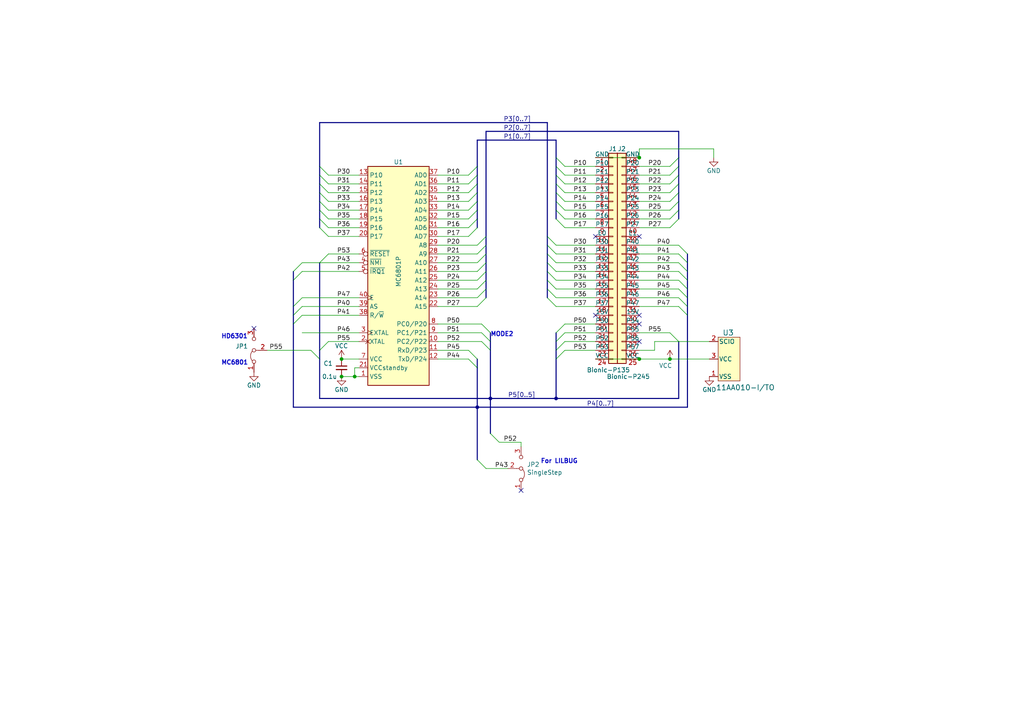
<source format=kicad_sch>
(kicad_sch (version 20230121) (generator eeschema)
  (paper "A4")
  (title_block (title "BionicMC6801") (date "2024-03-16") (rev "3") (company "Tadashi G. Takaoka"))
  (lib_symbols
    (symbol "0-LocalLibrary:11AA010-I_TO" (pin_names (offset 0.254))
      (property "Reference" "U" (at 2.54 1.27 0))
      (property "Value" "11AA010-I/TO" (at 3.81 -13.97 0))
      (symbol "11AA010-I_TO_1_1"
        (rectangle (start 0 0) (end 6.35 -12.7) (fill (type background)))
        (pin power_in line (at -2.54 -11.43 0) (length 2.54) (name "VSS") (number "1"))
        (pin bidirectional line (at -2.54 -1.27 0) (length 2.54) (name "SCIO") (number "2"))
        (pin power_in line (at -2.54 -6.35 0) (length 2.54) (name "VCC") (number "3"))
      )
    )
    (symbol "0-LocalLibrary:Bionic-P135" (pin_names (offset 0))
      (property "Reference" "J" (at 0 30.48 0))
      (property "Value" "Bionic-P135" (at -1.27 -33.02 0))
      (symbol "Bionic-P135_1_1"
        (rectangle (start -1.27 -30.353) (end 0 -30.607) (stroke (width 0.1524)))
        (rectangle (start -1.27 -27.813) (end 0 -28.067) (stroke (width 0.1524)))
        (rectangle (start -1.27 -25.273) (end 0 -25.527) (stroke (width 0.1524)))
        (rectangle (start -1.27 -22.733) (end 0 -22.987) (stroke (width 0.1524)))
        (rectangle (start -1.27 -20.193) (end 0 -20.447) (stroke (width 0.1524)))
        (rectangle (start -1.27 -17.653) (end 0 -17.907) (stroke (width 0.1524)))
        (rectangle (start -1.27 -15.113) (end 0 -15.367) (stroke (width 0.1524)))
        (rectangle (start -1.27 -12.573) (end 0 -12.827) (stroke (width 0.1524)))
        (rectangle (start -1.27 -10.033) (end 0 -10.287) (stroke (width 0.1524)))
        (rectangle (start -1.27 -7.493) (end 0 -7.747) (stroke (width 0.1524)))
        (rectangle (start -1.27 -4.953) (end 0 -5.207) (stroke (width 0.1524)))
        (rectangle (start -1.27 -2.413) (end 0 -2.667) (stroke (width 0.1524)))
        (rectangle (start -1.27 0.127) (end 0 -0.127) (stroke (width 0.1524)))
        (rectangle (start -1.27 2.667) (end 0 2.413) (stroke (width 0.1524)))
        (rectangle (start -1.27 5.207) (end 0 4.953) (stroke (width 0.1524)))
        (rectangle (start -1.27 7.747) (end 0 7.493) (stroke (width 0.1524)))
        (rectangle (start -1.27 10.287) (end 0 10.033) (stroke (width 0.1524)))
        (rectangle (start -1.27 12.827) (end 0 12.573) (stroke (width 0.1524)))
        (rectangle (start -1.27 15.367) (end 0 15.113) (stroke (width 0.1524)))
        (rectangle (start -1.27 17.907) (end 0 17.653) (stroke (width 0.1524)))
        (rectangle (start -1.27 20.447) (end 0 20.193) (stroke (width 0.1524)))
        (rectangle (start -1.27 22.987) (end 0 22.733) (stroke (width 0.1524)))
        (rectangle (start -1.27 25.527) (end 0 25.273) (stroke (width 0.1524)))
        (rectangle (start -1.27 28.067) (end 0 27.813) (stroke (width 0.1524)))
        (rectangle (start -1.27 29.21) (end 1.27 -31.75) (stroke (width 0.254)) (fill (type background)))
        (pin power_out line (at -5.08 27.94 0) (length 3.81) (name "GND") (number "1"))
        (pin bidirectional line (at -5.08 5.08 0) (length 3.81) (name "E0") (number "10"))
        (pin bidirectional line (at -5.08 2.54 0) (length 3.81) (name "P30") (number "11"))
        (pin bidirectional line (at -5.08 0 0) (length 3.81) (name "P31") (number "12"))
        (pin bidirectional line (at -5.08 -2.54 0) (length 3.81) (name "P32") (number "13"))
        (pin bidirectional line (at -5.08 -5.08 0) (length 3.81) (name "P33") (number "14"))
        (pin bidirectional line (at -5.08 -7.62 0) (length 3.81) (name "P34") (number "15"))
        (pin bidirectional line (at -5.08 -10.16 0) (length 3.81) (name "P35") (number "16"))
        (pin bidirectional line (at -5.08 -12.7 0) (length 3.81) (name "P36") (number "17"))
        (pin bidirectional line (at -5.08 -15.24 0) (length 3.81) (name "P37") (number "18"))
        (pin power_out line (at -5.08 -17.78 0) (length 3.81) (name "15V") (number "19"))
        (pin bidirectional line (at -5.08 25.4 0) (length 3.81) (name "P10") (number "2"))
        (pin bidirectional line (at -5.08 -20.32 0) (length 3.81) (name "P50") (number "20"))
        (pin bidirectional line (at -5.08 -22.86 0) (length 3.81) (name "P51") (number "21"))
        (pin bidirectional line (at -5.08 -25.4 0) (length 3.81) (name "P52") (number "22"))
        (pin bidirectional line (at -5.08 -27.94 0) (length 3.81) (name "P53") (number "23"))
        (pin power_out line (at -5.08 -30.48 0) (length 3.81) (name "VCC") (number "24"))
        (pin bidirectional line (at -5.08 22.86 0) (length 3.81) (name "P11") (number "3"))
        (pin bidirectional line (at -5.08 20.32 0) (length 3.81) (name "P12") (number "4"))
        (pin bidirectional line (at -5.08 17.78 0) (length 3.81) (name "P13") (number "5"))
        (pin bidirectional line (at -5.08 15.24 0) (length 3.81) (name "P14") (number "6"))
        (pin bidirectional line (at -5.08 12.7 0) (length 3.81) (name "P15") (number "7"))
        (pin bidirectional line (at -5.08 10.16 0) (length 3.81) (name "P16") (number "8"))
        (pin bidirectional line (at -5.08 7.62 0) (length 3.81) (name "P17") (number "9"))
      )
    )
    (symbol "0-LocalLibrary:Bionic-P245" (pin_names (offset 0))
      (property "Reference" "J" (at -3.81 30.48 0))
      (property "Value" "Bionic-P245" (at -1.27 -33.02 0))
      (symbol "Bionic-P245_1_1"
        (rectangle (start -5.08 -31.75) (end -2.54 29.21) (stroke (width 0.254)) (fill (type background)))
        (rectangle (start -3.81 -30.607) (end -2.54 -30.353) (stroke (width 0.1524)))
        (rectangle (start -3.81 -28.067) (end -2.54 -27.813) (stroke (width 0.1524)))
        (rectangle (start -3.81 -25.527) (end -2.54 -25.273) (stroke (width 0.1524)))
        (rectangle (start -3.81 -22.987) (end -2.54 -22.733) (stroke (width 0.1524)))
        (rectangle (start -3.81 -20.447) (end -2.54 -20.193) (stroke (width 0.1524)))
        (rectangle (start -3.81 -17.907) (end -2.54 -17.653) (stroke (width 0.1524)))
        (rectangle (start -3.81 -15.367) (end -2.54 -15.113) (stroke (width 0.1524)))
        (rectangle (start -3.81 -12.827) (end -2.54 -12.573) (stroke (width 0.1524)))
        (rectangle (start -3.81 -10.287) (end -2.54 -10.033) (stroke (width 0.1524)))
        (rectangle (start -3.81 -7.747) (end -2.54 -7.493) (stroke (width 0.1524)))
        (rectangle (start -3.81 -5.207) (end -2.54 -4.953) (stroke (width 0.1524)))
        (rectangle (start -3.81 -2.667) (end -2.54 -2.413) (stroke (width 0.1524)))
        (rectangle (start -3.81 -0.127) (end -2.54 0.127) (stroke (width 0.1524)))
        (rectangle (start -3.81 2.413) (end -2.54 2.667) (stroke (width 0.1524)))
        (rectangle (start -3.81 4.953) (end -2.54 5.207) (stroke (width 0.1524)))
        (rectangle (start -3.81 7.493) (end -2.54 7.747) (stroke (width 0.1524)))
        (rectangle (start -3.81 10.033) (end -2.54 10.287) (stroke (width 0.1524)))
        (rectangle (start -3.81 12.573) (end -2.54 12.827) (stroke (width 0.1524)))
        (rectangle (start -3.81 15.113) (end -2.54 15.367) (stroke (width 0.1524)))
        (rectangle (start -3.81 17.653) (end -2.54 17.907) (stroke (width 0.1524)))
        (rectangle (start -3.81 20.193) (end -2.54 20.447) (stroke (width 0.1524)))
        (rectangle (start -3.81 22.733) (end -2.54 22.987) (stroke (width 0.1524)))
        (rectangle (start -3.81 25.273) (end -2.54 25.527) (stroke (width 0.1524)))
        (rectangle (start -3.81 27.813) (end -2.54 28.067) (stroke (width 0.1524)))
        (pin power_in line (at 1.27 -30.48 180) (length 3.81) (name "VCC") (number "25"))
        (pin bidirectional line (at 1.27 -27.94 180) (length 3.81) (name "P57") (number "26"))
        (pin bidirectional line (at 1.27 -25.4 180) (length 3.81) (name "P56") (number "27"))
        (pin bidirectional line (at 1.27 -22.86 180) (length 3.81) (name "P55") (number "28"))
        (pin bidirectional line (at 1.27 -20.32 180) (length 3.81) (name "P54") (number "29"))
        (pin power_in line (at 1.27 -17.78 180) (length 3.81) (name "15V") (number "30"))
        (pin bidirectional line (at 1.27 -15.24 180) (length 3.81) (name "P47") (number "31"))
        (pin bidirectional line (at 1.27 -12.7 180) (length 3.81) (name "P46") (number "32"))
        (pin bidirectional line (at 1.27 -10.16 180) (length 3.81) (name "P45") (number "33"))
        (pin bidirectional line (at 1.27 -7.62 180) (length 3.81) (name "P44") (number "34"))
        (pin bidirectional line (at 1.27 -5.08 180) (length 3.81) (name "P43") (number "35"))
        (pin bidirectional line (at 1.27 -2.54 180) (length 3.81) (name "P42") (number "36"))
        (pin bidirectional line (at 1.27 0 180) (length 3.81) (name "P41") (number "37"))
        (pin bidirectional line (at 1.27 2.54 180) (length 3.81) (name "P40") (number "38"))
        (pin bidirectional line (at 1.27 5.08 180) (length 3.81) (name "E1") (number "39"))
        (pin bidirectional line (at 1.27 7.62 180) (length 3.81) (name "P27") (number "40"))
        (pin bidirectional line (at 1.27 10.16 180) (length 3.81) (name "P26") (number "41"))
        (pin bidirectional line (at 1.27 12.7 180) (length 3.81) (name "P25") (number "42"))
        (pin bidirectional line (at 1.27 15.24 180) (length 3.81) (name "P24") (number "43"))
        (pin bidirectional line (at 1.27 17.78 180) (length 3.81) (name "P23") (number "44"))
        (pin bidirectional line (at 1.27 20.32 180) (length 3.81) (name "P22") (number "45"))
        (pin bidirectional line (at 1.27 22.86 180) (length 3.81) (name "P21") (number "46"))
        (pin bidirectional line (at 1.27 25.4 180) (length 3.81) (name "P20") (number "47"))
        (pin power_in line (at 1.27 27.94 180) (length 3.81) (name "GND") (number "48"))
      )
    )
    (symbol "0-LocalLibrary:MC6801P"
      (property "Reference" "U" (at -1.27 31.75 0))
      (property "Value" "MC6801P" (at 0 -3.81 90))
      (symbol "MC6801P_0_1"
        (rectangle (start -8.89 -33.02) (end 8.89 30.48) (stroke (width 0.254)) (fill (type background)))
      )
      (symbol "MC6801P_1_1"
        (pin power_in line (at -11.43 -30.48 0) (length 2.54) (name "VSS") (number "1"))
        (pin bidirectional line (at 11.43 -20.32 180) (length 2.54) (name "PC2/P22") (number "10"))
        (pin input line (at 11.43 -22.86 180) (length 2.54) (name "RxD/P23") (number "11"))
        (pin output line (at 11.43 -25.4 180) (length 2.54) (name "TxD/P24") (number "12"))
        (pin bidirectional line (at -11.43 27.94 0) (length 2.54) (name "P10") (number "13"))
        (pin bidirectional line (at -11.43 25.4 0) (length 2.54) (name "P11") (number "14"))
        (pin bidirectional line (at -11.43 22.86 0) (length 2.54) (name "P12") (number "15"))
        (pin bidirectional line (at -11.43 20.32 0) (length 2.54) (name "P13") (number "16"))
        (pin bidirectional line (at -11.43 17.78 0) (length 2.54) (name "P14") (number "17"))
        (pin bidirectional line (at -11.43 15.24 0) (length 2.54) (name "P15") (number "18"))
        (pin bidirectional line (at -11.43 12.7 0) (length 2.54) (name "P16") (number "19"))
        (pin input non_logic (at -11.43 -20.32 0) (length 2.54) (name "XTAL") (number "2"))
        (pin bidirectional line (at -11.43 10.16 0) (length 2.54) (name "P17") (number "20"))
        (pin power_in line (at -11.43 -27.94 0) (length 2.54) (name "VCCstandby") (number "21"))
        (pin output line (at 11.43 -10.16 180) (length 2.54) (name "A15") (number "22"))
        (pin output line (at 11.43 -7.62 180) (length 2.54) (name "A14") (number "23"))
        (pin output line (at 11.43 -5.08 180) (length 2.54) (name "A13") (number "24"))
        (pin output line (at 11.43 -2.54 180) (length 2.54) (name "A12") (number "25"))
        (pin output line (at 11.43 0 180) (length 2.54) (name "A11") (number "26"))
        (pin output line (at 11.43 2.54 180) (length 2.54) (name "A10") (number "27"))
        (pin output line (at 11.43 5.08 180) (length 2.54) (name "A9") (number "28"))
        (pin output line (at 11.43 7.62 180) (length 2.54) (name "A8") (number "29"))
        (pin input clock (at -11.43 -17.78 0) (length 2.54) (name "EXTAL") (number "3"))
        (pin bidirectional line (at 11.43 10.16 180) (length 2.54) (name "AD7") (number "30"))
        (pin bidirectional line (at 11.43 12.7 180) (length 2.54) (name "AD6") (number "31"))
        (pin bidirectional line (at 11.43 15.24 180) (length 2.54) (name "AD5") (number "32"))
        (pin bidirectional line (at 11.43 17.78 180) (length 2.54) (name "AD4") (number "33"))
        (pin bidirectional line (at 11.43 20.32 180) (length 2.54) (name "AD3") (number "34"))
        (pin bidirectional line (at 11.43 22.86 180) (length 2.54) (name "AD2") (number "35"))
        (pin bidirectional line (at 11.43 25.4 180) (length 2.54) (name "AD1") (number "36"))
        (pin bidirectional line (at 11.43 27.94 180) (length 2.54) (name "AD0") (number "37"))
        (pin output line (at -11.43 -12.7 0) (length 2.54) (name "R/~{W}") (number "38"))
        (pin output line (at -11.43 -10.16 0) (length 2.54) (name "AS") (number "39"))
        (pin input inverted (at -11.43 2.54 0) (length 2.54) (name "~{NMI}") (number "4"))
        (pin output clock (at -11.43 -7.62 0) (length 2.54) (name "E") (number "40"))
        (pin input inverted (at -11.43 0 0) (length 2.54) (name "~{IRQ1}") (number "5"))
        (pin input inverted (at -11.43 5.08 0) (length 2.54) (name "~{RESET}") (number "6"))
        (pin power_in line (at -11.43 -25.4 0) (length 2.54) (name "VCC") (number "7"))
        (pin bidirectional line (at 11.43 -15.24 180) (length 2.54) (name "PC0/P20") (number "8"))
        (pin bidirectional line (at 11.43 -17.78 180) (length 2.54) (name "PC1/P21") (number "9"))
      )
    )
    (symbol "Device:C_Small" (pin_numbers hide) (pin_names (offset 0.254) hide)
      (property "Reference" "C" (at 0.254 1.778 0))
      (property "Value" "C_Small" (at 0.254 -2.032 0))
      (symbol "C_Small_0_1"
        (polyline (pts (xy -1.524 -0.508) (xy 1.524 -0.508)) (stroke (width 0.3302)))
        (polyline (pts (xy -1.524 0.508) (xy 1.524 0.508)) (stroke (width 0.3048)))
      )
      (symbol "C_Small_1_1"
        (pin passive line (at 0 2.54 270) (length 2.032) (name "~") (number "1"))
        (pin passive line (at 0 -2.54 90) (length 2.032) (name "~") (number "2"))
      )
    )
    (symbol "Jumper:Jumper_3_Bridged12" (pin_names (offset 0) hide)
      (property "Reference" "JP" (at -2.54 -2.54 0))
      (property "Value" "Jumper_3_Bridged12" (at 0 2.794 0))
      (symbol "Jumper_3_Bridged12_0_0"
        (circle (center -3.302 0) (radius 0.508))
        (circle (center 0 0) (radius 0.508))
        (circle (center 3.302 0) (radius 0.508))
      )
      (symbol "Jumper_3_Bridged12_0_1"
        (arc (start -0.254 0.508) (mid -1.651 0.9912) (end -3.048 0.508))
        (polyline (pts (xy 0 -1.27) (xy 0 -0.508)))
      )
      (symbol "Jumper_3_Bridged12_1_1"
        (pin passive line (at -6.35 0 0) (length 2.54) (name "A") (number "1"))
        (pin passive line (at 0 -3.81 90) (length 2.54) (name "C") (number "2"))
        (pin passive line (at 6.35 0 180) (length 2.54) (name "B") (number "3"))
      )
    )
    (symbol "power:GND" (power) (pin_names (offset 0))
      (property "Value" "GND" (at 0 -3.81 0))
      (symbol "GND_0_1"
        (polyline (pts (xy 0 0) (xy 0 -1.27) (xy 1.27 -1.27) (xy 0 -2.54) (xy -1.27 -1.27) (xy 0 -1.27)))
      )
      (symbol "GND_1_1"
        (pin power_in line (at 0 0 270) (length 0) hide (name "GND") (number "1"))
      )
    )
    (symbol "power:VCC" (power) (pin_names (offset 0))
      (property "Value" "VCC" (at 0 3.81 0))
      (symbol "VCC_0_1"
        (polyline (pts (xy -0.762 1.27) (xy 0 2.54)))
        (polyline (pts (xy 0 0) (xy 0 2.54)))
        (polyline (pts (xy 0 2.54) (xy 0.762 1.27)))
      )
      (symbol "VCC_1_1"
        (pin power_in line (at 0 0 90) (length 0) hide (name "VCC") (number "1"))
      )
    )
  )
  (junction (at 138.43 118.11))
  (junction (at 185.42 104.14))
  (junction (at 99.06 104.14))
  (junction (at 102.87 109.22))
  (junction (at 161.29 115.57))
  (junction (at 185.42 45.72))
  (junction (at 142.24 115.57))
  (junction (at 194.31 104.14))
  (junction (at 99.06 109.22))
  (no_connect (at 172.72 68.58))
  (no_connect (at 185.42 93.98))
  (no_connect (at 73.66 95.25))
  (no_connect (at 151.13 142.24))
  (no_connect (at 172.72 91.44))
  (no_connect (at 185.42 99.06))
  (no_connect (at 185.42 91.44))
  (no_connect (at 185.42 68.58))
  (bus_entry (at 135.89 50.8) (size 2.54 -2.54))
  (bus_entry (at 87.63 78.74) (size -2.54 2.54))
  (bus_entry (at 95.25 68.58) (size -2.54 -2.54))
  (bus_entry (at 163.83 50.8) (size -2.54 -2.54))
  (bus_entry (at 135.89 101.6) (size 2.54 2.54))
  (bus_entry (at 140.97 71.12) (size -2.54 2.54))
  (bus_entry (at 196.85 81.28) (size 2.54 2.54))
  (bus_entry (at 95.25 60.96) (size -2.54 -2.54))
  (bus_entry (at 135.89 66.04) (size 2.54 -2.54))
  (bus_entry (at 196.85 86.36) (size 2.54 2.54))
  (bus_entry (at 135.89 63.5) (size 2.54 -2.54))
  (bus_entry (at 142.24 125.73) (size 2.54 2.54))
  (bus_entry (at 163.83 48.26) (size -2.54 -2.54))
  (bus_entry (at 158.75 71.12) (size 2.54 2.54))
  (bus_entry (at 163.83 99.06) (size -2.54 2.54))
  (bus_entry (at 87.63 88.9) (size -2.54 2.54))
  (bus_entry (at 196.85 55.88) (size -2.54 2.54))
  (bus_entry (at 95.25 73.66) (size -2.54 2.54))
  (bus_entry (at 95.25 50.8) (size -2.54 -2.54))
  (bus_entry (at 135.89 53.34) (size 2.54 -2.54))
  (bus_entry (at 142.24 99.06) (size -2.54 -2.54))
  (bus_entry (at 135.89 58.42) (size 2.54 -2.54))
  (bus_entry (at 196.85 58.42) (size -2.54 2.54))
  (bus_entry (at 196.85 76.2) (size 2.54 2.54))
  (bus_entry (at 196.85 63.5) (size -2.54 2.54))
  (bus_entry (at 196.85 71.12) (size 2.54 2.54))
  (bus_entry (at 142.24 101.6) (size -2.54 -2.54))
  (bus_entry (at 140.97 86.36) (size -2.54 2.54))
  (bus_entry (at 95.25 63.5) (size -2.54 -2.54))
  (bus_entry (at 87.63 76.2) (size -2.54 2.54))
  (bus_entry (at 196.85 88.9) (size 2.54 2.54))
  (bus_entry (at 163.83 55.88) (size -2.54 -2.54))
  (bus_entry (at 158.75 83.82) (size 2.54 2.54))
  (bus_entry (at 158.75 78.74) (size 2.54 2.54))
  (bus_entry (at 142.24 96.52) (size -2.54 -2.54))
  (bus_entry (at 140.97 81.28) (size -2.54 2.54))
  (bus_entry (at 87.63 86.36) (size -2.54 2.54))
  (bus_entry (at 196.85 78.74) (size 2.54 2.54))
  (bus_entry (at 140.97 76.2) (size -2.54 2.54))
  (bus_entry (at 95.25 53.34) (size -2.54 -2.54))
  (bus_entry (at 196.85 73.66) (size 2.54 2.54))
  (bus_entry (at 140.97 83.82) (size -2.54 2.54))
  (bus_entry (at 95.25 66.04) (size -2.54 -2.54))
  (bus_entry (at 90.17 101.6) (size 2.54 2.54))
  (bus_entry (at 196.85 45.72) (size -2.54 2.54))
  (bus_entry (at 158.75 86.36) (size 2.54 2.54))
  (bus_entry (at 196.85 60.96) (size -2.54 2.54))
  (bus_entry (at 196.85 83.82) (size 2.54 2.54))
  (bus_entry (at 140.97 73.66) (size -2.54 2.54))
  (bus_entry (at 138.43 133.35) (size 2.54 2.54))
  (bus_entry (at 163.83 53.34) (size -2.54 -2.54))
  (bus_entry (at 196.85 50.8) (size -2.54 2.54))
  (bus_entry (at 163.83 96.52) (size -2.54 2.54))
  (bus_entry (at 196.85 48.26) (size -2.54 2.54))
  (bus_entry (at 163.83 66.04) (size -2.54 -2.54))
  (bus_entry (at 135.89 55.88) (size 2.54 -2.54))
  (bus_entry (at 95.25 99.06) (size -2.54 2.54))
  (bus_entry (at 158.75 73.66) (size 2.54 2.54))
  (bus_entry (at 87.63 91.44) (size -2.54 2.54))
  (bus_entry (at 196.85 53.34) (size -2.54 2.54))
  (bus_entry (at 135.89 68.58) (size 2.54 -2.54))
  (bus_entry (at 158.75 68.58) (size 2.54 2.54))
  (bus_entry (at 95.25 58.42) (size -2.54 -2.54))
  (bus_entry (at 163.83 63.5) (size -2.54 -2.54))
  (bus_entry (at 140.97 78.74) (size -2.54 2.54))
  (bus_entry (at 161.29 104.14) (size 2.54 -2.54))
  (bus_entry (at 163.83 58.42) (size -2.54 -2.54))
  (bus_entry (at 158.75 81.28) (size 2.54 2.54))
  (bus_entry (at 135.89 104.14) (size 2.54 2.54))
  (bus_entry (at 163.83 60.96) (size -2.54 -2.54))
  (bus_entry (at 135.89 60.96) (size 2.54 -2.54))
  (bus_entry (at 158.75 76.2) (size 2.54 2.54))
  (bus_entry (at 196.85 99.06) (size -2.54 -2.54))
  (bus_entry (at 140.97 68.58) (size -2.54 2.54))
  (bus_entry (at 163.83 93.98) (size -2.54 2.54))
  (bus_entry (at 95.25 55.88) (size -2.54 -2.54))
  (bus (pts (xy 138.43 40.64) (xy 138.43 48.26)))
  (bus (pts (xy 158.75 76.2) (xy 158.75 78.74)))
  (bus (pts (xy 158.75 78.74) (xy 158.75 81.28)))
  (bus (pts (xy 138.43 58.42) (xy 138.43 60.96)))
  (bus (pts (xy 85.09 78.74) (xy 85.09 81.28)))
  (wire (pts (xy 185.42 71.12) (xy 196.85 71.12)))
  (wire (pts (xy 172.72 78.74) (xy 161.29 78.74)))
  (bus (pts (xy 92.71 50.8) (xy 92.71 53.34)))
  (wire (pts (xy 102.87 106.68) (xy 102.87 109.22)))
  (bus (pts (xy 161.29 99.06) (xy 161.29 101.6)))
  (bus (pts (xy 199.39 73.66) (xy 199.39 76.2)))
  (bus (pts (xy 161.29 53.34) (xy 161.29 55.88)))
  (wire (pts (xy 172.72 53.34) (xy 163.83 53.34)))
  (wire (pts (xy 127 66.04) (xy 135.89 66.04)))
  (bus (pts (xy 138.43 106.68) (xy 138.43 118.11)))
  (bus (pts (xy 92.71 115.57) (xy 142.24 115.57)))
  (wire (pts (xy 87.63 76.2) (xy 92.71 76.2)))
  (bus (pts (xy 85.09 91.44) (xy 85.09 93.98)))
  (bus (pts (xy 196.85 60.96) (xy 196.85 63.5)))
  (wire (pts (xy 87.63 86.36) (xy 104.14 86.36)))
  (wire (pts (xy 87.63 91.44) (xy 104.14 91.44)))
  (bus (pts (xy 161.29 96.52) (xy 161.29 99.06)))
  (bus (pts (xy 196.85 99.06) (xy 196.85 115.57)))
  (wire (pts (xy 207.01 43.18) (xy 207.01 45.72)))
  (bus (pts (xy 140.97 78.74) (xy 140.97 81.28)))
  (bus (pts (xy 199.39 91.44) (xy 199.39 118.11)))
  (wire (pts (xy 163.83 99.06) (xy 172.72 99.06)))
  (wire (pts (xy 185.42 50.8) (xy 194.31 50.8)))
  (wire (pts (xy 95.25 73.66) (xy 104.14 73.66)))
  (wire (pts (xy 161.29 83.82) (xy 172.72 83.82)))
  (bus (pts (xy 161.29 58.42) (xy 161.29 60.96)))
  (wire (pts (xy 172.72 104.14) (xy 185.42 104.14)))
  (bus (pts (xy 140.97 73.66) (xy 140.97 76.2)))
  (bus (pts (xy 196.85 45.72) (xy 196.85 48.26)))
  (wire (pts (xy 172.72 88.9) (xy 161.29 88.9)))
  (wire (pts (xy 127 60.96) (xy 135.89 60.96)))
  (bus (pts (xy 138.43 55.88) (xy 138.43 58.42)))
  (wire (pts (xy 104.14 66.04) (xy 95.25 66.04)))
  (wire (pts (xy 185.42 48.26) (xy 194.31 48.26)))
  (wire (pts (xy 127 76.2) (xy 138.43 76.2)))
  (wire (pts (xy 194.31 104.14) (xy 205.74 104.14)))
  (bus (pts (xy 142.24 115.57) (xy 161.29 115.57)))
  (wire (pts (xy 104.14 68.58) (xy 95.25 68.58)))
  (bus (pts (xy 92.71 35.56) (xy 158.75 35.56)))
  (wire (pts (xy 172.72 55.88) (xy 163.83 55.88)))
  (wire (pts (xy 163.83 96.52) (xy 172.72 96.52)))
  (bus (pts (xy 196.85 55.88) (xy 196.85 58.42)))
  (bus (pts (xy 196.85 38.1) (xy 196.85 45.72)))
  (bus (pts (xy 138.43 104.14) (xy 138.43 106.68)))
  (wire (pts (xy 185.42 55.88) (xy 194.31 55.88)))
  (bus (pts (xy 196.85 58.42) (xy 196.85 60.96)))
  (bus (pts (xy 161.29 45.72) (xy 161.29 48.26)))
  (wire (pts (xy 163.83 93.98) (xy 172.72 93.98)))
  (wire (pts (xy 127 55.88) (xy 135.89 55.88)))
  (wire (pts (xy 172.72 60.96) (xy 163.83 60.96)))
  (wire (pts (xy 127 58.42) (xy 135.89 58.42)))
  (wire (pts (xy 185.42 53.34) (xy 194.31 53.34)))
  (wire (pts (xy 104.14 53.34) (xy 95.25 53.34)))
  (bus (pts (xy 140.97 71.12) (xy 140.97 73.66)))
  (wire (pts (xy 172.72 66.04) (xy 163.83 66.04)))
  (wire (pts (xy 185.42 81.28) (xy 196.85 81.28)))
  (bus (pts (xy 161.29 48.26) (xy 161.29 50.8)))
  (bus (pts (xy 199.39 88.9) (xy 199.39 91.44)))
  (bus (pts (xy 92.71 48.26) (xy 92.71 50.8)))
  (bus (pts (xy 199.39 83.82) (xy 199.39 86.36)))
  (wire (pts (xy 127 86.36) (xy 138.43 86.36)))
  (wire (pts (xy 185.42 73.66) (xy 196.85 73.66)))
  (bus (pts (xy 138.43 60.96) (xy 138.43 63.5)))
  (bus (pts (xy 92.71 101.6) (xy 92.71 104.14)))
  (wire (pts (xy 172.72 50.8) (xy 163.83 50.8)))
  (bus (pts (xy 161.29 60.96) (xy 161.29 63.5)))
  (bus (pts (xy 142.24 115.57) (xy 142.24 125.73)))
  (wire (pts (xy 172.72 71.12) (xy 161.29 71.12)))
  (bus (pts (xy 140.97 81.28) (xy 140.97 83.82)))
  (wire (pts (xy 185.42 86.36) (xy 196.85 86.36)))
  (wire (pts (xy 185.42 83.82) (xy 196.85 83.82)))
  (bus (pts (xy 158.75 81.28) (xy 158.75 83.82)))
  (wire (pts (xy 127 99.06) (xy 139.7 99.06)))
  (wire (pts (xy 127 78.74) (xy 138.43 78.74)))
  (wire (pts (xy 163.83 101.6) (xy 172.72 101.6)))
  (wire (pts (xy 127 101.6) (xy 135.89 101.6)))
  (wire (pts (xy 127 81.28) (xy 138.43 81.28)))
  (wire (pts (xy 185.42 58.42) (xy 194.31 58.42)))
  (bus (pts (xy 140.97 76.2) (xy 140.97 78.74)))
  (wire (pts (xy 127 71.12) (xy 138.43 71.12)))
  (bus (pts (xy 196.85 50.8) (xy 196.85 53.34)))
  (wire (pts (xy 185.42 43.18) (xy 185.42 45.72)))
  (bus (pts (xy 199.39 86.36) (xy 199.39 88.9)))
  (wire (pts (xy 104.14 50.8) (xy 95.25 50.8)))
  (wire (pts (xy 102.87 109.22) (xy 104.14 109.22)))
  (bus (pts (xy 161.29 40.64) (xy 161.29 45.72)))
  (bus (pts (xy 92.71 58.42) (xy 92.71 60.96)))
  (wire (pts (xy 185.42 78.74) (xy 196.85 78.74)))
  (wire (pts (xy 185.42 101.6) (xy 189.865 101.6)))
  (wire (pts (xy 77.47 101.6) (xy 90.17 101.6)))
  (wire (pts (xy 127 83.82) (xy 138.43 83.82)))
  (bus (pts (xy 161.29 50.8) (xy 161.29 53.34)))
  (wire (pts (xy 189.865 101.6) (xy 189.865 99.06)))
  (bus (pts (xy 199.39 76.2) (xy 199.39 78.74)))
  (wire (pts (xy 151.13 128.27) (xy 151.13 129.54)))
  (bus (pts (xy 199.39 78.74) (xy 199.39 81.28)))
  (wire (pts (xy 185.42 76.2) (xy 196.85 76.2)))
  (wire (pts (xy 104.14 106.68) (xy 102.87 106.68)))
  (wire (pts (xy 185.42 66.04) (xy 194.31 66.04)))
  (bus (pts (xy 142.24 101.6) (xy 142.24 115.57)))
  (wire (pts (xy 127 96.52) (xy 139.7 96.52)))
  (bus (pts (xy 158.75 35.56) (xy 158.75 68.58)))
  (bus (pts (xy 138.43 118.11) (xy 138.43 133.35)))
  (wire (pts (xy 127 73.66) (xy 138.43 73.66)))
  (bus (pts (xy 85.09 88.9) (xy 85.09 91.44)))
  (wire (pts (xy 144.78 128.27) (xy 151.13 128.27)))
  (bus (pts (xy 138.43 40.64) (xy 161.29 40.64)))
  (wire (pts (xy 172.72 73.66) (xy 161.29 73.66)))
  (wire (pts (xy 172.72 45.72) (xy 185.42 45.72)))
  (wire (pts (xy 185.42 43.18) (xy 207.01 43.18)))
  (wire (pts (xy 127 50.8) (xy 135.89 50.8)))
  (bus (pts (xy 138.43 118.11) (xy 85.09 118.11)))
  (bus (pts (xy 196.85 53.34) (xy 196.85 55.88)))
  (wire (pts (xy 99.06 104.14) (xy 104.14 104.14)))
  (wire (pts (xy 87.63 78.74) (xy 104.14 78.74)))
  (wire (pts (xy 185.42 96.52) (xy 194.31 96.52)))
  (wire (pts (xy 92.71 76.2) (xy 104.14 76.2)))
  (wire (pts (xy 104.14 60.96) (xy 95.25 60.96)))
  (wire (pts (xy 147.32 135.89) (xy 140.97 135.89)))
  (wire (pts (xy 196.85 99.06) (xy 205.74 99.06)))
  (bus (pts (xy 92.71 35.56) (xy 92.71 48.26)))
  (wire (pts (xy 127 88.9) (xy 138.43 88.9)))
  (wire (pts (xy 87.63 96.52) (xy 104.14 96.52)))
  (wire (pts (xy 172.72 76.2) (xy 161.29 76.2)))
  (wire (pts (xy 127 53.34) (xy 135.89 53.34)))
  (bus (pts (xy 92.71 53.34) (xy 92.71 55.88)))
  (wire (pts (xy 104.14 55.88) (xy 95.25 55.88)))
  (bus (pts (xy 140.97 38.1) (xy 196.85 38.1)))
  (bus (pts (xy 138.43 53.34) (xy 138.43 55.88)))
  (bus (pts (xy 161.29 115.57) (xy 196.85 115.57)))
  (bus (pts (xy 158.75 83.82) (xy 158.75 86.36)))
  (bus (pts (xy 199.39 118.11) (xy 138.43 118.11)))
  (wire (pts (xy 185.42 104.14) (xy 194.31 104.14)))
  (bus (pts (xy 92.71 60.96) (xy 92.71 63.5)))
  (bus (pts (xy 138.43 48.26) (xy 138.43 50.8)))
  (wire (pts (xy 161.29 86.36) (xy 172.72 86.36)))
  (bus (pts (xy 161.29 101.6) (xy 161.29 104.14)))
  (bus (pts (xy 142.24 99.06) (xy 142.24 101.6)))
  (bus (pts (xy 158.75 73.66) (xy 158.75 76.2)))
  (wire (pts (xy 127 104.14) (xy 135.89 104.14)))
  (bus (pts (xy 92.71 104.14) (xy 92.71 115.57)))
  (bus (pts (xy 140.97 68.58) (xy 140.97 71.12)))
  (bus (pts (xy 138.43 50.8) (xy 138.43 53.34)))
  (bus (pts (xy 199.39 81.28) (xy 199.39 83.82)))
  (bus (pts (xy 196.85 48.26) (xy 196.85 50.8)))
  (bus (pts (xy 161.29 104.14) (xy 161.29 115.57)))
  (wire (pts (xy 161.29 81.28) (xy 172.72 81.28)))
  (bus (pts (xy 92.71 55.88) (xy 92.71 58.42)))
  (bus (pts (xy 158.75 71.12) (xy 158.75 73.66)))
  (bus (pts (xy 85.09 93.98) (xy 85.09 118.11)))
  (wire (pts (xy 127 63.5) (xy 135.89 63.5)))
  (bus (pts (xy 138.43 63.5) (xy 138.43 66.04)))
  (bus (pts (xy 158.75 68.58) (xy 158.75 71.12)))
  (wire (pts (xy 104.14 58.42) (xy 95.25 58.42)))
  (bus (pts (xy 85.09 81.28) (xy 85.09 88.9)))
  (bus (pts (xy 140.97 38.1) (xy 140.97 68.58)))
  (wire (pts (xy 99.06 109.22) (xy 102.87 109.22)))
  (wire (pts (xy 189.865 99.06) (xy 196.85 99.06)))
  (wire (pts (xy 95.25 99.06) (xy 104.14 99.06)))
  (bus (pts (xy 142.24 96.52) (xy 142.24 99.06)))
  (wire (pts (xy 185.42 88.9) (xy 196.85 88.9)))
  (wire (pts (xy 127 93.98) (xy 139.7 93.98)))
  (wire (pts (xy 172.72 58.42) (xy 163.83 58.42)))
  (wire (pts (xy 185.42 63.5) (xy 194.31 63.5)))
  (wire (pts (xy 87.63 88.9) (xy 104.14 88.9)))
  (bus (pts (xy 92.71 63.5) (xy 92.71 66.04)))
  (wire (pts (xy 104.14 63.5) (xy 95.25 63.5)))
  (bus (pts (xy 92.71 76.2) (xy 92.71 101.6)))
  (wire (pts (xy 172.72 63.5) (xy 163.83 63.5)))
  (bus (pts (xy 140.97 83.82) (xy 140.97 86.36)))
  (wire (pts (xy 127 68.58) (xy 135.89 68.58)))
  (bus (pts (xy 161.29 55.88) (xy 161.29 58.42)))
  (wire (pts (xy 172.72 48.26) (xy 163.83 48.26)))
  (wire (pts (xy 185.42 60.96) (xy 194.31 60.96)))
  (text "MODE2\n" (at 142.24 97.79 0) (effects (font (size 1.27 1.27) (thickness 0.254) bold) (justify left bottom)))
  (text "For LILBUG" (at 167.64 134.62 0) (effects (font (size 1.27 1.27) (thickness 0.254) bold) (justify right bottom)))
  (text "HD6301" (at 64.135 98.425 0) (effects (font (size 1.27 1.27) (thickness 0.254) bold) (justify left bottom)))
  (text "MC6801" (at 64.135 106.045 0) (effects (font (size 1.27 1.27) (thickness 0.254) bold) (justify left bottom)))
  (label "P26" (at 187.96 63.5 0))
  (label "P47" (at 101.6 86.36 180))
  (label "P53" (at 101.6 73.66 180))
  (label "P13" (at 129.54 58.42 0))
  (label "P55" (at 101.6 99.06 180))
  (label "P3[0..7]" (at 146.05 35.56 0))
  (label "P41" (at 190.5 73.66 0))
  (label "P23" (at 129.54 78.74 0))
  (label "P15" (at 129.54 63.5 0))
  (label "P23" (at 187.96 55.88 0))
  (label "P52" (at 170.18 99.06 180))
  (label "P40" (at 101.6 88.9 180))
  (label "P37" (at 170.18 88.9 180))
  (label "P33" (at 101.6 58.42 180))
  (label "P16" (at 129.54 66.04 0))
  (label "P44" (at 190.5 81.28 0))
  (label "P16" (at 170.18 63.5 180))
  (label "P42" (at 190.5 76.2 0))
  (label "P44" (at 129.54 104.14 0))
  (label "P36" (at 170.18 86.36 180))
  (label "P10" (at 129.54 50.8 0))
  (label "P51" (at 170.18 96.52 180))
  (label "P50" (at 170.18 93.98 180))
  (label "P30" (at 170.18 71.12 180))
  (label "P14" (at 129.54 60.96 0))
  (label "P36" (at 101.6 66.04 180))
  (label "P20" (at 187.96 48.26 0))
  (label "P24" (at 187.96 58.42 0))
  (label "P25" (at 129.54 83.82 0))
  (label "P55" (at 78.105 101.6 0))
  (label "P13" (at 170.18 55.88 180))
  (label "P45" (at 190.5 83.82 0))
  (label "P4[0..7]" (at 170.18 118.11 0))
  (label "P34" (at 101.6 60.96 180))
  (label "P46" (at 101.6 96.52 180))
  (label "P40" (at 190.5 71.12 0))
  (label "P2[0..7]" (at 146.05 38.1 0))
  (label "P26" (at 129.54 86.36 0))
  (label "P46" (at 190.5 86.36 0))
  (label "P43" (at 101.6 76.2 180))
  (label "P31" (at 101.6 53.34 180))
  (label "P11" (at 170.18 50.8 180))
  (label "P35" (at 170.18 83.82 180))
  (label "P53" (at 170.18 101.6 180))
  (label "P11" (at 129.54 53.34 0))
  (label "P51" (at 129.54 96.52 0))
  (label "P52" (at 129.54 99.06 0))
  (label "P43" (at 143.51 135.89 0))
  (label "P27" (at 129.54 88.9 0))
  (label "P14" (at 170.18 58.42 180))
  (label "P50" (at 129.54 93.98 0))
  (label "P32" (at 170.18 76.2 180))
  (label "P41" (at 101.6 91.44 180))
  (label "P27" (at 187.96 66.04 0))
  (label "P21" (at 187.96 50.8 0))
  (label "P35" (at 101.6 63.5 180))
  (label "P31" (at 170.18 73.66 180))
  (label "P12" (at 170.18 53.34 180))
  (label "P33" (at 170.18 78.74 180))
  (label "P43" (at 190.5 78.74 0))
  (label "P5[0..5]" (at 147.32 115.57 0))
  (label "P20" (at 129.54 71.12 0))
  (label "P52" (at 146.05 128.27 0))
  (label "P45" (at 129.54 101.6 0))
  (label "P55" (at 187.96 96.52 0))
  (label "P1[0..7]" (at 146.05 40.64 0))
  (label "P30" (at 101.6 50.8 180))
  (label "P24" (at 129.54 81.28 0))
  (label "P17" (at 170.18 66.04 180))
  (label "P32" (at 101.6 55.88 180))
  (label "P10" (at 170.18 48.26 180))
  (label "P17" (at 129.54 68.58 0))
  (label "P34" (at 170.18 81.28 180))
  (label "P21" (at 129.54 73.66 0))
  (label "P15" (at 170.18 60.96 180))
  (label "P25" (at 187.96 60.96 0))
  (label "P12" (at 129.54 55.88 0))
  (label "P42" (at 101.6 78.74 180))
  (label "P37" (at 101.6 68.58 180))
  (label "P47" (at 190.5 88.9 0))
  (label "P22" (at 129.54 76.2 0))
  (label "P22" (at 187.96 53.34 0))
  (symbol (lib_id "Device:C_Small") (at 99.06 106.68 0) (mirror y) (unit 1)
    (property "Reference" "C1" (at 96.52 105.41 0) (effects (justify left)))
    (property "Value" "0.1u" (at 97.79 109.22 0) (effects (justify left)))
    (property "Footprint" "Capacitor_THT:C_Disc_D3.4mm_W2.1mm_P2.50mm" (effects hide))
  )
  (symbol (lib_id "Jumper:Jumper_3_Bridged12") (at 73.66 101.6 90) (unit 1)
    (property "Reference" "JP1" (at 71.9582 100.4316 90) (effects (justify left)))
    (property "Value" "MC6801" (effects hide))
    (property "Footprint" "Connector_PinHeader_2.54mm:PinHeader_1x03_P2.54mm_Vertical" (effects hide))
  )
  (symbol (lib_id "0-LocalLibrary:MC6801P") (at 115.57 78.74 0) (unit 1)
    (property "Reference" "U1" (at 115.57 46.99 0))
    (property "Value" "MC6801P" (at 115.57 78.74 90))
    (property "Footprint" "Package_DIP:DIP-40_W15.24mm" (effects hide))
  )
  (symbol (lib_id "Jumper:Jumper_3_Bridged12") (at 151.13 135.89 270) (mirror x) (unit 1)
    (property "Reference" "JP2" (at 152.8318 134.7216 90) (effects (justify left)))
    (property "Value" "SingleStep" (at 152.8318 137.033 90) (effects (justify left)))
    (property "Footprint" "Connector_PinHeader_2.54mm:PinHeader_1x03_P2.54mm_Vertical" (effects hide))
  )
  (symbol (lib_id "power:GND") (at 73.66 107.95 0) (unit 1)
    (property "Reference" "#PWR011" (effects hide))
    (property "Value" "GND" (at 73.66 111.76 0))
  )
  (symbol (lib_id "0-LocalLibrary:Bionic-P135") (at 177.8 73.66 0) (unit 1)
    (property "Reference" "J1" (at 176.53 43.18 0) (effects (justify left)))
    (property "Value" "Bionic-P135" (at 170.18 107.315 0) (effects (justify left)))
    (property "Footprint" "connector:Bionic-P135_Vertical" (effects hide))
  )
  (symbol (lib_id "power:GND") (at 207.01 45.72 0) (unit 1)
    (property "Reference" "#PWR09" (effects hide))
    (property "Value" "GND" (at 207.01 49.53 0))
  )
  (symbol (lib_id "0-LocalLibrary:Bionic-P245") (at 184.15 73.66 0) (unit 1)
    (property "Reference" "J2" (at 180.34 43.18 0))
    (property "Value" "Bionic-P245" (at 182.245 109.22 0))
    (property "Footprint" "connector:Bionic-P245_Vertical" (effects hide))
  )
  (symbol (lib_id "power:GND") (at 99.06 109.22 0) (unit 1)
    (property "Reference" "#PWR010" (effects hide))
    (property "Value" "GND" (at 99.06 113.03 0))
  )
  (symbol (lib_id "power:VCC") (at 99.06 104.14 0) (unit 1)
    (property "Reference" "#PWR015" (effects hide))
    (property "Value" "VCC" (at 99.06 100.33 0))
  )
  (symbol (lib_id "power:GND") (at 205.74 109.22 0) (unit 1)
    (property "Reference" "#PWR02" (effects hide))
    (property "Value" "GND" (at 205.74 113.03 0))
  )
  (symbol (lib_id "power:VCC") (at 194.31 104.14 0) (unit 1)
    (property "Reference" "#PWR012" (effects hide))
    (property "Value" "VCC" (at 193.04 106.045 0))
  )
  (symbol (lib_id "0-LocalLibrary:11AA010-I_TO") (at 208.28 97.79 0) (unit 1)
    (property "Reference" "U3" (at 209.55 96.52 0) (effects (font (size 1.524 1.524)) (justify left)))
    (property "Value" "11AA010-I/TO" (at 207.645 112.395 0) (effects (font (size 1.524 1.524)) (justify left)))
    (property "Footprint" "TO-92_MC_MCH" (effects hide))
    (property "Datasheet" "11AA010-I/TO" (effects hide))
  )
)
</source>
